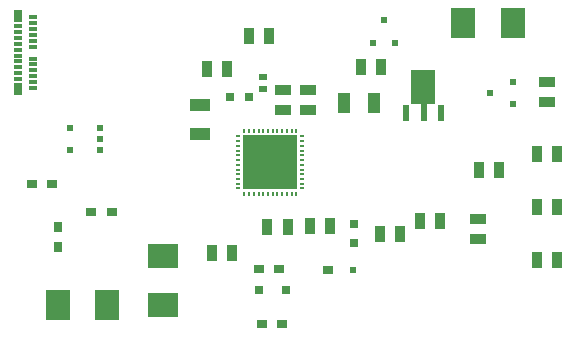
<source format=gtp>
G04*
G04 #@! TF.GenerationSoftware,Altium Limited,Altium Designer,23.8.1 (32)*
G04*
G04 Layer_Color=8421504*
%FSLAX44Y44*%
%MOMM*%
G71*
G04*
G04 #@! TF.SameCoordinates,BD739B87-A4AA-4D6D-BF89-38DACE635197*
G04*
G04*
G04 #@! TF.FilePolarity,Positive*
G04*
G01*
G75*
%ADD13R,0.7000X1.0000*%
%ADD14R,0.7000X0.3000*%
%ADD15R,0.5000X0.5000*%
%ADD16R,0.9000X0.7000*%
%ADD17R,0.7000X0.6000*%
%ADD18R,0.8000X0.8000*%
%ADD19R,4.6000X4.6000*%
%ADD20R,0.4000X0.2000*%
%ADD21R,0.2000X0.4000*%
%ADD22R,0.9500X1.4000*%
%ADD23R,0.9000X0.8000*%
%ADD24R,0.8000X0.8000*%
%ADD25R,1.4000X0.9500*%
%ADD26R,2.0000X2.5000*%
%ADD27R,0.5000X0.6000*%
%ADD28R,1.8000X1.0000*%
%ADD29R,2.0000X3.0000*%
%ADD30R,0.6000X2.0000*%
%ADD31R,0.6000X1.4000*%
%ADD32R,0.8000X0.9000*%
%ADD33R,2.5000X2.0000*%
%ADD34R,0.6000X0.5000*%
%ADD35R,1.0000X1.8000*%
D13*
X-258300Y228000D02*
D03*
Y166000D02*
D03*
D14*
Y219500D02*
D03*
Y214500D02*
D03*
Y209500D02*
D03*
Y204500D02*
D03*
Y199500D02*
D03*
Y194500D02*
D03*
Y189500D02*
D03*
Y184500D02*
D03*
Y179500D02*
D03*
Y174500D02*
D03*
X-245300Y167000D02*
D03*
Y172000D02*
D03*
Y177000D02*
D03*
Y182000D02*
D03*
Y187000D02*
D03*
Y192000D02*
D03*
Y202000D02*
D03*
Y207000D02*
D03*
Y212000D02*
D03*
Y217000D02*
D03*
Y222000D02*
D03*
Y227000D02*
D03*
D15*
X25500Y13000D02*
D03*
D16*
X4501Y13020D02*
D03*
D17*
X-51000Y176000D02*
D03*
Y166000D02*
D03*
D18*
X-62500Y159000D02*
D03*
X-78500D02*
D03*
X-53750Y-4000D02*
D03*
X-31250D02*
D03*
D19*
X-44500Y104000D02*
D03*
D20*
X-71500Y126000D02*
D03*
Y122000D02*
D03*
Y118000D02*
D03*
Y114000D02*
D03*
Y110000D02*
D03*
Y106000D02*
D03*
Y102000D02*
D03*
Y98000D02*
D03*
Y94000D02*
D03*
Y90000D02*
D03*
Y86000D02*
D03*
Y82000D02*
D03*
X-17500D02*
D03*
Y86000D02*
D03*
Y90000D02*
D03*
Y94000D02*
D03*
Y98000D02*
D03*
Y102000D02*
D03*
Y106000D02*
D03*
Y110000D02*
D03*
Y114000D02*
D03*
Y118000D02*
D03*
Y122000D02*
D03*
Y126000D02*
D03*
D21*
X-66500Y77000D02*
D03*
X-62500D02*
D03*
X-58500D02*
D03*
X-54500D02*
D03*
X-50500D02*
D03*
X-46500D02*
D03*
X-42500D02*
D03*
X-38500D02*
D03*
X-34500D02*
D03*
X-30500D02*
D03*
X-26500D02*
D03*
X-22500D02*
D03*
Y131000D02*
D03*
X-26500D02*
D03*
X-30500D02*
D03*
X-34500D02*
D03*
X-38500D02*
D03*
X-42500D02*
D03*
X-46500D02*
D03*
X-50500D02*
D03*
X-54500D02*
D03*
X-58500D02*
D03*
X-62500D02*
D03*
X-66500D02*
D03*
D22*
X65500Y43000D02*
D03*
X48500D02*
D03*
X99500Y54000D02*
D03*
X82500D02*
D03*
X181000Y66000D02*
D03*
X198000D02*
D03*
X-30000Y49000D02*
D03*
X-47000D02*
D03*
X181000Y111000D02*
D03*
X198000D02*
D03*
X6000Y50000D02*
D03*
X-11000D02*
D03*
X-81000Y183000D02*
D03*
X-98000D02*
D03*
X-77000Y27000D02*
D03*
X-94000D02*
D03*
X132000Y98000D02*
D03*
X149000D02*
D03*
X198000Y21000D02*
D03*
X181000D02*
D03*
X-46000Y211000D02*
D03*
X-63000D02*
D03*
X32500Y185000D02*
D03*
X49500D02*
D03*
D23*
X-246000Y86000D02*
D03*
X-229000D02*
D03*
X-54000Y14000D02*
D03*
X-37000D02*
D03*
X-179000Y62000D02*
D03*
X-196000D02*
D03*
X-52000Y-33000D02*
D03*
X-35000D02*
D03*
D24*
X26000Y51500D02*
D03*
Y35500D02*
D03*
D25*
X-34000Y148500D02*
D03*
Y165500D02*
D03*
X-12500Y148500D02*
D03*
Y165500D02*
D03*
X131500Y56500D02*
D03*
Y39500D02*
D03*
X189500Y172500D02*
D03*
Y155500D02*
D03*
D26*
X-224500Y-17000D02*
D03*
X-182500D02*
D03*
X160500Y222000D02*
D03*
X118500D02*
D03*
D27*
X51500Y224500D02*
D03*
X61000Y205500D02*
D03*
X42000D02*
D03*
D28*
X-104500Y153000D02*
D03*
Y128000D02*
D03*
D29*
X85000Y168000D02*
D03*
D30*
X85250Y149000D02*
D03*
D31*
X100000Y146000D02*
D03*
X70000D02*
D03*
D32*
X-224500Y49500D02*
D03*
Y32500D02*
D03*
D33*
X-135500Y-17000D02*
D03*
Y25000D02*
D03*
D34*
X141500Y163000D02*
D03*
X160500Y172500D02*
D03*
Y153500D02*
D03*
X-214000Y114500D02*
D03*
X-189000Y133500D02*
D03*
Y124000D02*
D03*
X-214000Y133500D02*
D03*
X-189000Y114500D02*
D03*
D35*
X43000Y154000D02*
D03*
X18000D02*
D03*
M02*

</source>
